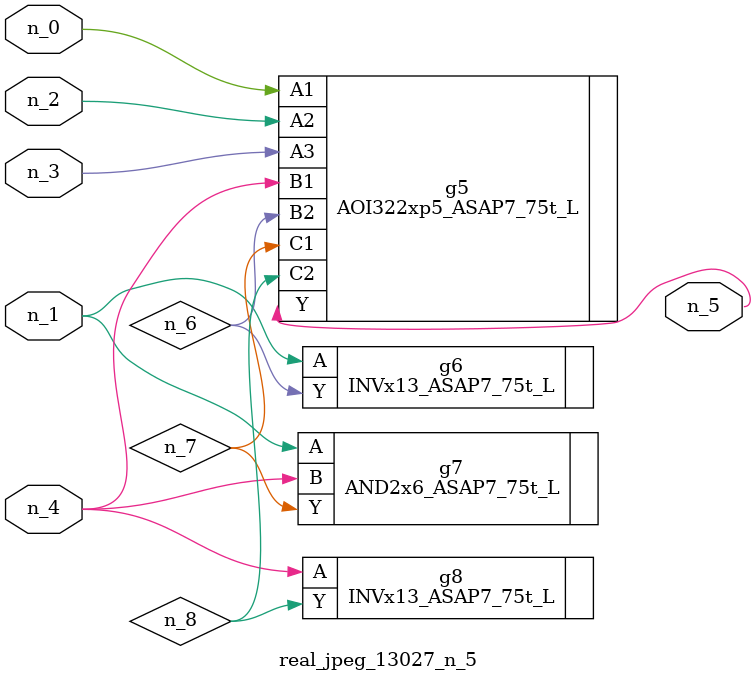
<source format=v>
module real_jpeg_13027_n_5 (n_4, n_0, n_1, n_2, n_3, n_5);

input n_4;
input n_0;
input n_1;
input n_2;
input n_3;

output n_5;

wire n_8;
wire n_6;
wire n_7;

AOI322xp5_ASAP7_75t_L g5 ( 
.A1(n_0),
.A2(n_2),
.A3(n_3),
.B1(n_4),
.B2(n_6),
.C1(n_7),
.C2(n_8),
.Y(n_5)
);

INVx13_ASAP7_75t_L g6 ( 
.A(n_1),
.Y(n_6)
);

AND2x6_ASAP7_75t_L g7 ( 
.A(n_1),
.B(n_4),
.Y(n_7)
);

INVx13_ASAP7_75t_L g8 ( 
.A(n_4),
.Y(n_8)
);


endmodule
</source>
